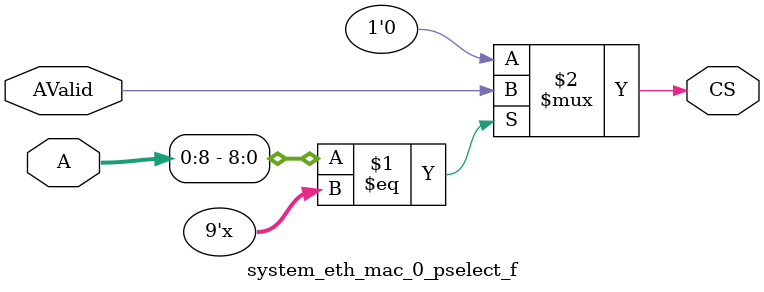
<source format=v>
`timescale 1 ps/1 ps

module system_eth_mac_0_pselect_f ( A, AValid, CS) ;

parameter C_AB  = 9;
parameter C_AW  = 32;
parameter [0:C_AW - 1] C_BAR =  'bz;
parameter C_FAMILY  = "nofamily";
input[0:C_AW-1] A; 
input AValid; 
output CS; 
wire CS;
parameter [0:C_AB-1]BAR = C_BAR[0:C_AB-1];

//----------------------------------------------------------------------------
// Build a behavioral decoder
//----------------------------------------------------------------------------
generate
if (C_AB > 0) begin : XST_WA
assign CS = (A[0:C_AB - 1] == BAR[0:C_AB - 1]) ? AValid : 1'b0 ;
end
endgenerate

generate
if (C_AB == 0) begin : PASS_ON_GEN
assign CS = AValid ;
end
endgenerate
endmodule

</source>
